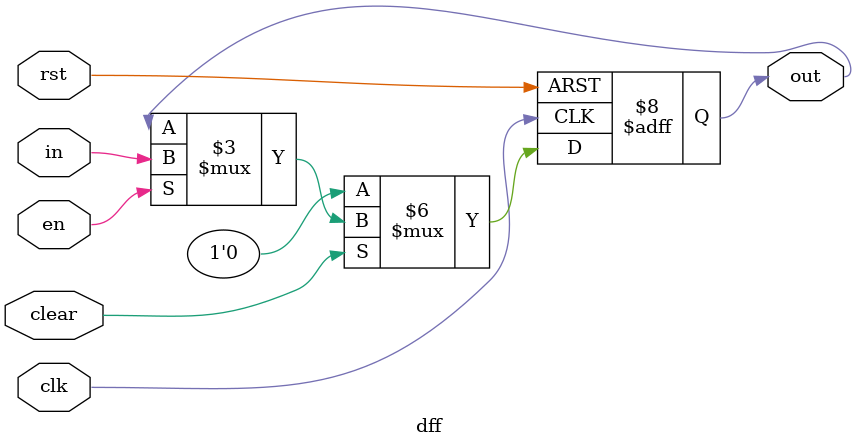
<source format=v>
module dff (in, en, clear, clk, rst, out);

input clk, en, rst, clear;
input in;
output reg out;

always @(posedge clk or posedge rst) 
begin
    if (rst) //asynchronous reset
        out <= 0;
    else if (!clear) //synchronous with clk
        out <= 0;
    else if (en)
        out <= in;        
end

endmodule
</source>
